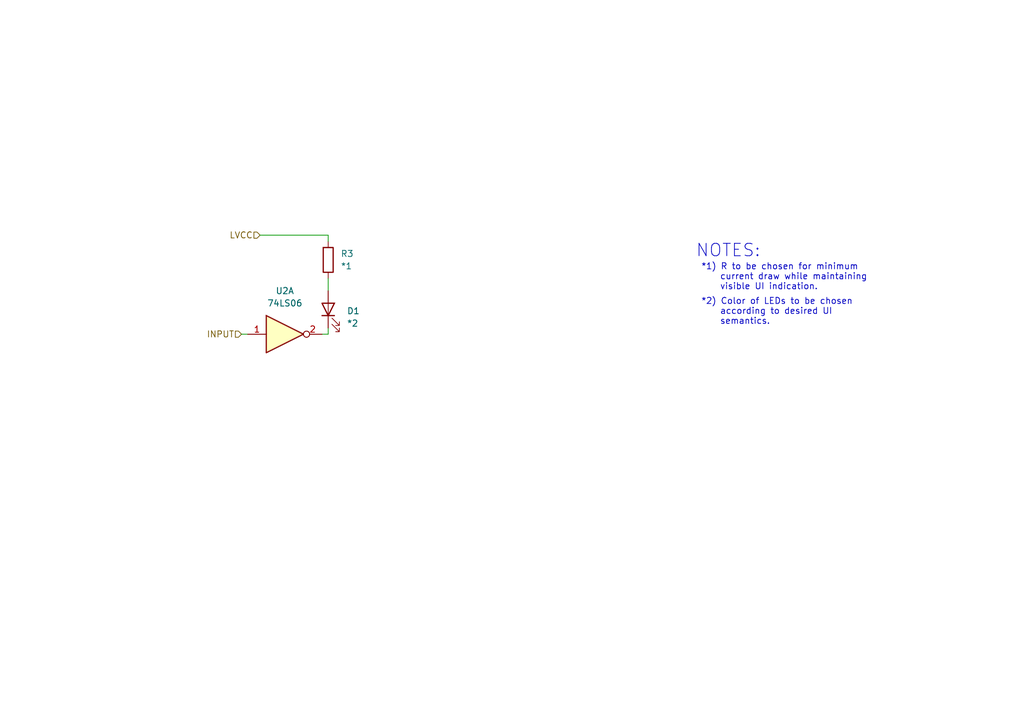
<source format=kicad_sch>
(kicad_sch (version 20231120) (generator "eeschema") (generator_version "8.0")
  (paper "A5")
  (title_block (title "UI LEDs, active high signals") (date "2025-01-11") (rev "3"))
  (lib_symbols
    (symbol "74xx:74LS06" (pin_names (offset 1.016))
      (property "Reference" "U" (at 0 1.27 0))
      (property "Value" "74LS06" (at 0 -1.27 0))
      (symbol "74LS06_1_0"
        (polyline (pts (xy -3.81 3.81) (xy -3.81 -3.81) (xy 3.81 0) (xy -3.81 3.81)) (stroke (width 0.254)) (fill (type background)))
        (pin input line (at -7.62 0 0) (length 3.81) (name "~") (number "1"))
        (pin open_collector inverted (at 7.62 0 180) (length 3.81) (name "~") (number "2"))
      )
      (symbol "74LS06_2_0"
        (polyline (pts (xy -3.81 3.81) (xy -3.81 -3.81) (xy 3.81 0) (xy -3.81 3.81)) (stroke (width 0.254)) (fill (type background)))
        (pin input line (at -7.62 0 0) (length 3.81) (name "~") (number "3"))
        (pin open_collector inverted (at 7.62 0 180) (length 3.81) (name "~") (number "4"))
      )
      (symbol "74LS06_3_0"
        (polyline (pts (xy -3.81 3.81) (xy -3.81 -3.81) (xy 3.81 0) (xy -3.81 3.81)) (stroke (width 0.254)) (fill (type background)))
        (pin input line (at -7.62 0 0) (length 3.81) (name "~") (number "5"))
        (pin open_collector inverted (at 7.62 0 180) (length 3.81) (name "~") (number "6"))
      )
      (symbol "74LS06_4_0"
        (polyline (pts (xy -3.81 3.81) (xy -3.81 -3.81) (xy 3.81 0) (xy -3.81 3.81)) (stroke (width 0.254)) (fill (type background)))
        (pin open_collector inverted (at 7.62 0 180) (length 3.81) (name "~") (number "8"))
        (pin input line (at -7.62 0 0) (length 3.81) (name "~") (number "9"))
      )
      (symbol "74LS06_5_0"
        (polyline (pts (xy -3.81 3.81) (xy -3.81 -3.81) (xy 3.81 0) (xy -3.81 3.81)) (stroke (width 0.254)) (fill (type background)))
        (pin open_collector inverted (at 7.62 0 180) (length 3.81) (name "~") (number "10"))
        (pin input line (at -7.62 0 0) (length 3.81) (name "~") (number "11"))
      )
      (symbol "74LS06_6_0"
        (polyline (pts (xy -3.81 3.81) (xy -3.81 -3.81) (xy 3.81 0) (xy -3.81 3.81)) (stroke (width 0.254)) (fill (type background)))
        (pin open_collector inverted (at 7.62 0 180) (length 3.81) (name "~") (number "12"))
        (pin input line (at -7.62 0 0) (length 3.81) (name "~") (number "13"))
      )
      (symbol "74LS06_7_0"
        (pin power_in line (at 0 12.7 270) (length 5.08) (name "VCC") (number "14"))
        (pin power_in line (at 0 -12.7 90) (length 5.08) (name "GND") (number "7"))
      )
      (symbol "74LS06_7_1"
        (rectangle (start -5.08 7.62) (end 5.08 -7.62) (stroke (width 0.254)) (fill (type background)))
      )
    )
    (symbol "Device:LED" (pin_numbers hide) (pin_names (offset 1.016) hide)
      (property "Reference" "D" (at 0 2.54 0))
      (property "Value" "LED" (at 0 -2.54 0))
      (symbol "LED_0_1"
        (polyline (pts (xy -1.27 -1.27) (xy -1.27 1.27)) (stroke (width 0.254)))
        (polyline (pts (xy -1.27 0) (xy 1.27 0)))
        (polyline (pts (xy 1.27 -1.27) (xy 1.27 1.27) (xy -1.27 0) (xy 1.27 -1.27)) (stroke (width 0.254)))
        (polyline (pts (xy -3.048 -0.762) (xy -4.572 -2.286) (xy -3.81 -2.286) (xy -4.572 -2.286) (xy -4.572 -1.524)))
        (polyline (pts (xy -1.778 -0.762) (xy -3.302 -2.286) (xy -2.54 -2.286) (xy -3.302 -2.286) (xy -3.302 -1.524)))
      )
      (symbol "LED_1_1"
        (pin passive line (at -3.81 0 0) (length 2.54) (name "K") (number "1"))
        (pin passive line (at 3.81 0 180) (length 2.54) (name "A") (number "2"))
      )
    )
    (symbol "Device:R" (pin_numbers hide) (pin_names (offset 0))
      (property "Reference" "R" (at 2.032 0 90))
      (property "Value" "R" (at 0 0 90))
      (symbol "R_0_1"
        (rectangle (start -1.016 -2.54) (end 1.016 2.54) (stroke (width 0.254)))
      )
      (symbol "R_1_1"
        (pin passive line (at 0 3.81 270) (length 1.27) (name "~") (number "1"))
        (pin passive line (at 0 -3.81 90) (length 1.27) (name "~") (number "2"))
      )
    )
  )
  (wire (pts (xy 67.31 67.31) (xy 67.31 68.58)))
  (wire (pts (xy 67.31 68.58) (xy 66.04 68.58)))
  (wire (pts (xy 49.53 68.58) (xy 50.8 68.58)))
  (wire (pts (xy 67.31 48.26) (xy 67.31 49.53)))
  (wire (pts (xy 67.31 57.15) (xy 67.31 59.69)))
  (wire (pts (xy 53.34 48.26) (xy 67.31 48.26)))
  (text "*1) R to be chosen for minimum\n    current draw while maintaining\n    visible UI indication." (at 143.764 56.896 0) (effects (font (size 1.27 1.27)) (justify left)))
  (text "NOTES:" (at 149.352 51.562 0) (effects (font (size 2.54 2.54))))
  (text "*2) Color of LEDs to be chosen\n    according to desired UI\n    semantics." (at 143.764 64.008 0) (effects (font (size 1.27 1.27)) (justify left)))
  (hierarchical_label "INPUT" (shape input) (at 49.53 68.58 180))
  (hierarchical_label "LVCC" (shape input) (at 53.34 48.26 180))
  (symbol (lib_id "Device:LED") (at 67.31 63.5 90) (unit 1)
    (property "Reference" "D1" (at 71.12 63.8174 90) (effects (justify right)))
    (property "Value" "*2" (at 71.12 66.3574 90) (effects (justify right)))
    (property "Footprint" "LED_THT:LED_D3.0mm_Horizontal_O1.27mm_Z2.0mm" (effects (hide yes)))
    (property "Description" "Light emitting diode" (effects (hide yes)))
    (instances (project "valhalla-MOD-CPU_ATMEGA" (path "" (reference "D1") (unit 1)) (path "" (reference "D2") (unit 1))))
  )
  (symbol (lib_id "74xx:74LS06") (at 58.42 68.58 0) (unit 1)
    (property "Reference" "U2" (at 58.42 59.69 0))
    (property "Value" "74LS06" (at 58.42 62.23 0))
    (property "Footprint" "Package_DIP:DIP-14_W7.62mm_LongPads" (effects (hide yes)))
    (property "Datasheet" "http://www.ti.com/lit/gpn/sn74LS06" (effects (hide yes)))
    (property "Description" "Inverter Open Collect" (effects (hide yes)))
    (instances (project "" (path "" (reference "U2") (unit 1)) (path "" (reference "U2") (unit 2))))
  )
  (symbol (lib_id "Device:R") (at 67.31 53.34 0) (unit 1)
    (property "Reference" "R3" (at 69.85 52.0699 0) (effects (justify left)))
    (property "Value" "*1" (at 69.85 54.6099 0) (effects (justify left)))
    (property "Footprint" "Resistor_THT:R_Axial_DIN0207_L6.3mm_D2.5mm_P10.16mm_Horizontal" (effects (hide yes)))
    (property "Description" "Resistor" (effects (hide yes)))
    (instances (project "valhalla-MOD-CPU_ATMEGA" (path "" (reference "R3") (unit 1)) (path "" (reference "R4") (unit 1))))
  )
)
</source>
